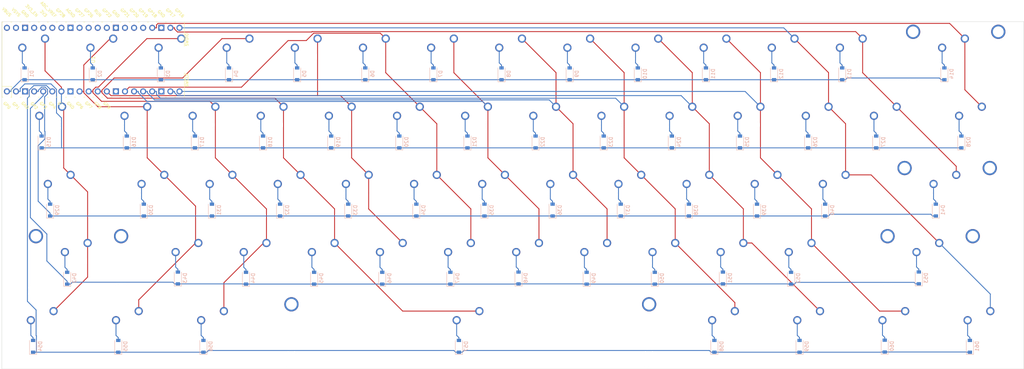
<source format=kicad_pcb>
(kicad_pcb (version 20211014) (generator pcbnew)
  (layers (0 "F.Cu" signal) (31 "B.Cu" signal) (34 "B.Paste" user) (35 "F.Paste" user) (36 "B.SilkS" user "B.Silkscreen") (37 "F.SilkS" user "F.Silkscreen") (38 "B.Mask" user) (39 "F.Mask" user) (44 "Edge.Cuts" user))
  (net 0 "")
  (net 1 "Row1")
  (net 2 "Net-(D1-Pad2)")
  (net 3 "Net-(D2-Pad2)")
  (net 4 "Net-(D3-Pad2)")
  (net 5 "Net-(D4-Pad2)")
  (net 6 "Net-(D5-Pad2)")
  (net 7 "Net-(D6-Pad2)")
  (net 8 "Net-(D7-Pad2)")
  (net 9 "Net-(D8-Pad2)")
  (net 10 "Net-(D9-Pad2)")
  (net 11 "Net-(D10-Pad2)")
  (net 12 "Net-(D11-Pad2)")
  (net 13 "Net-(D12-Pad2)")
  (net 14 "Net-(D13-Pad2)")
  (net 15 "Net-(D14-Pad2)")
  (net 16 "Net-(D15-Pad2)")
  (net 17 "Row2")
  (net 18 "Net-(D16-Pad2)")
  (net 19 "Net-(D17-Pad2)")
  (net 20 "Net-(D18-Pad2)")
  (net 21 "Net-(D19-Pad2)")
  (net 22 "Net-(D20-Pad2)")
  (net 23 "Net-(D21-Pad2)")
  (net 24 "Net-(D22-Pad2)")
  (net 25 "Net-(D23-Pad2)")
  (net 26 "Net-(D24-Pad2)")
  (net 27 "Net-(D25-Pad2)")
  (net 28 "Net-(D26-Pad2)")
  (net 29 "Net-(D27-Pad2)")
  (net 30 "Net-(D28-Pad2)")
  (net 31 "Net-(D29-Pad2)")
  (net 32 "Net-(D30-Pad2)")
  (net 33 "Row3")
  (net 34 "Net-(D31-Pad2)")
  (net 35 "Net-(D32-Pad2)")
  (net 36 "Net-(D33-Pad2)")
  (net 37 "Net-(D34-Pad2)")
  (net 38 "Net-(D35-Pad2)")
  (net 39 "Net-(D36-Pad2)")
  (net 40 "Net-(D37-Pad2)")
  (net 41 "Net-(D38-Pad2)")
  (net 42 "Net-(D39-Pad2)")
  (net 43 "Net-(D40-Pad2)")
  (net 44 "Net-(D41-Pad2)")
  (net 45 "Net-(D42-Pad2)")
  (net 46 "Net-(D43-Pad2)")
  (net 47 "Net-(D44-Pad2)")
  (net 48 "Row4")
  (net 49 "Net-(D45-Pad2)")
  (net 50 "Net-(D46-Pad2)")
  (net 51 "Net-(D47-Pad2)")
  (net 52 "Net-(D48-Pad2)")
  (net 53 "Net-(D49-Pad2)")
  (net 54 "Net-(D50-Pad2)")
  (net 55 "Net-(D51-Pad2)")
  (net 56 "Net-(D52-Pad2)")
  (net 57 "Net-(D53-Pad2)")
  (net 58 "Net-(D54-Pad2)")
  (net 59 "Net-(D55-Pad2)")
  (net 60 "Net-(D56-Pad2)")
  (net 61 "Net-(D57-Pad2)")
  (net 62 "Net-(D58-Pad2)")
  (net 63 "Row5")
  (net 64 "Net-(D59-Pad2)")
  (net 65 "Net-(D60-Pad2)")
  (net 66 "Net-(D61-Pad2)")
  (net 67 "Col1")
  (net 68 "Col2")
  (net 69 "Col3")
  (net 70 "Col4")
  (net 71 "Col5")
  (net 72 "Col6")
  (net 73 "Col7")
  (net 74 "Col8")
  (net 75 "Col9")
  (net 76 "Col10")
  (net 77 "Col11")
  (net 78 "Col12")
  (net 79 "Col13")
  (net 80 "Col14")
  (net 81 "Col15")
  (footprint "marbastlib-mx:SW_MX_1u" (layer "F.Cu") (at 177.8 25.4)
    (fp_text reference "SW9" hide)
    (fp_text value "MX_SW_solder" hide)
  )
  (footprint "marbastlib-mx:SW_MX_1u" (layer "F.Cu") (at 115.8816 63.4957)
    (fp_text reference "SW33" hide)
    (fp_text value "MX_SW_solder" hide)
  )
  (footprint "marbastlib-mx:SW_MX_1u" (layer "F.Cu") (at 82.55 25.4)
    (fp_text reference "SW4" hide)
    (fp_text value "MX_SW_solder" hide)
  )
  (footprint "marbastlib-mx:SW_MX_1u" (layer "F.Cu") (at 58.7338 63.496)
    (fp_text reference "SW30" hide)
    (fp_text value "MX_SW_solder" hide)
  )
  (footprint "marbastlib-mx:SW_MX_1u" (layer "F.Cu") (at 37.3041 82.5445)
    (fp_text reference "SW42" hide)
    (fp_text value "MX_SW_solder" hide)
  )
  (footprint "marbastlib-mx:SW_MX_1u" (layer "F.Cu") (at 225.4206 44.4469)
    (fp_text reference "SW25" hide)
    (fp_text value "MX_SW_solder" hide)
  )
  (footprint "marbastlib-mx:SW_MX_1.5u" (layer "F.Cu") (at 287.3196 44.4472)
    (fp_text reference "SW28" hide)
    (fp_text value "MX_SW_solder" hide)
  )
  (footprint "marbastlib-mx:SW_MX_1u" (layer "F.Cu") (at 182.5486 82.5448)
    (fp_text reference "SW49" hide)
    (fp_text value "MX_SW_solder" hide)
  )
  (footprint "marbastlib-mx:SW_MX_1u" (layer "F.Cu") (at 234.95 25.4)
    (fp_text reference "SW12" hide)
    (fp_text value "MX_SW_solder" hide)
  )
  (footprint "marbastlib-mx:SW_MX_1u" (layer "F.Cu") (at 130.1706 44.4469)
    (fp_text reference "SW20" hide)
    (fp_text value "MX_SW_solder" hide)
  )
  (footprint "marbastlib-mx:SW_MX_1u" (layer "F.Cu") (at 215.9 25.4)
    (fp_text reference "SW11" hide)
    (fp_text value "MX_SW_solder" hide)
  )
  (footprint "marbastlib-mx:SW_MX_1u" (layer "F.Cu") (at 249.2316 63.4957)
    (fp_text reference "SW40" hide)
    (fp_text value "MX_SW_solder" hide)
  )
  (footprint "MCU_RaspberryPi_and_Boards:RPi_Pico_SMD_TH" (layer "F.Cu") (at 41.4061 26.1921 90)
    (fp_text reference "U1")
    (fp_text value "Pico")
  )
  (footprint "marbastlib-mx:SW_MX_1u" (layer "F.Cu") (at 187.3206 44.4469)
    (fp_text reference "SW23" hide)
    (fp_text value "MX_SW_solder" hide)
  )
  (footprint "marbastlib-mx:SW_MX_1u" (layer "F.Cu") (at 77.7826 63.496)
    (fp_text reference "SW31" hide)
    (fp_text value "MX_SW_solder" hide)
  )
  (footprint "marbastlib-mx:SW_MX_1u" (layer "F.Cu") (at 201.5986 82.5448)
    (fp_text reference "SW50" hide)
    (fp_text value "MX_SW_solder" hide)
  )
  (footprint "marbastlib-mx:SW_MX_1u" (layer "F.Cu") (at 220.6486 82.5448)
    (fp_text reference "SW51" hide)
    (fp_text value "MX_SW_solder" hide)
  )
  (footprint "marbastlib-mx:SW_MX_1u" (layer "F.Cu") (at 73.0206 44.4469)
    (fp_text reference "SW17" hide)
    (fp_text value "MX_SW_solder" hide)
  )
  (footprint "marbastlib-mx:SW_MX_1u" (layer "F.Cu") (at 211.1316 63.4957)
    (fp_text reference "SW38" hide)
    (fp_text value "MX_SW_solder" hide)
  )
  (footprint "marbastlib-mx:SW_MX_1u" (layer "F.Cu") (at 192.0816 63.4957)
    (fp_text reference "SW37" hide)
    (fp_text value "MX_SW_solder" hide)
  )
  (footprint "marbastlib-mx:SW_MX_1.25u" (layer "F.Cu") (at 51.5905 101.5936)
    (fp_text reference "SW55" hide)
    (fp_text value "MX_SW_solder" hide)
  )
  (footprint "marbastlib-mx:SW_MX_1u" (layer "F.Cu") (at 282.575 25.4)
    (fp_text reference "SW14" hide)
    (fp_text value "MX_SW_solder" hide)
  )
  (footprint "marbastlib-mx:SW_MX_1u" (layer "F.Cu") (at 254 25.4)
    (fp_text reference "SW13" hide)
    (fp_text value "MX_SW_solder" hide)
  )
  (footprint "marbastlib-mx:SW_MX_1u" (layer "F.Cu") (at 263.5086 44.4469)
    (fp_text reference "SW27" hide)
    (fp_text value "MX_SW_solder" hide)
  )
  (footprint "marbastlib-mx:SW_MX_1u" (layer "F.Cu") (at 53.9716 44.4472)
    (fp_text reference "SW16" hide)
    (fp_text value "MX_SW_solder" hide)
  )
  (footprint "marbastlib-mx:SW_MX_1u" (layer "F.Cu") (at 87.3072 82.5445)
    (fp_text reference "SW44" hide)
    (fp_text value "MX_SW_solder" hide)
  )
  (footprint "marbastlib-mx:SW_MX_1u" (layer "F.Cu") (at 68.2582 82.5448)
    (fp_text reference "SW43" hide)
    (fp_text value "MX_SW_solder" hide)
  )
  (footprint "marbastlib-mx:SW_MX_1u" (layer "F.Cu") (at 96.8316 63.4957)
    (fp_text reference "SW32" hide)
    (fp_text value "MX_SW_solder" hide)
  )
  (footprint "marbastlib-mx:SW_MX_1u" (layer "F.Cu") (at 206.3706 44.4469)
    (fp_text reference "SW24" hide)
    (fp_text value "MX_SW_solder" hide)
  )
  (footprint "marbastlib-mx:SW_MX_1u" (layer "F.Cu") (at 125.3986 82.5448)
    (fp_text reference "SW46" hide)
    (fp_text value "MX_SW_solder" hide)
  )
  (footprint "marbastlib-mx:SW_MX_1u" (layer "F.Cu") (at 239.6974 82.5448)
    (fp_text reference "SW52" hide)
    (fp_text value "MX_SW_solder" hide)
  )
  (footprint "marbastlib-mx:SW_MX_1u" (layer "F.Cu") (at 230.1816 63.4957)
    (fp_text reference "SW39" hide)
    (fp_text value "MX_SW_solder" hide)
  )
  (footprint "marbastlib-mx:SW_MX_1.5u" (layer "F.Cu") (at 30.1606 44.4472)
    (fp_text reference "SW15" hide)
    (fp_text value "MX_SW_solder" hide)
  )
  (footprint "marbastlib-mx:SW_MX_1u" (layer "F.Cu") (at 149.2206 44.4469)
    (fp_text reference "SW21" hide)
    (fp_text value "MX_SW_solder" hide)
  )
  (footprint "marbastlib-mx:SW_MX_1u" (layer "F.Cu") (at 158.75 25.4)
    (fp_text reference "SW8" hide)
    (fp_text value "MX_SW_solder" hide)
  )
  (footprint "marbastlib-mx:SW_MX_1u" (layer "F.Cu") (at 63.5 25.4)
    (fp_text reference "SW3" hide)
    (fp_text value "MX_SW_solder" hide)
  )
  (footprint "marbastlib-mx:SW_MX_1.75u" (layer "F.Cu") (at 32.5402 63.496)
    (fp_text reference "SW29" hide)
    (fp_text value "MX_SW_solder" hide)
  )
  (footprint "marbastlib-mx:SW_MX_1.25u" (layer "F.Cu") (at 218.2675 101.5936)
    (fp_text reference "SW58" hide)
    (fp_text value "MX_SW_solder" hide)
  )
  (footprint "marbastlib-mx:SW_MX_1u" (layer "F.Cu") (at 275.4139 82.5448)
    (fp_text reference "SW53" hide)
    (fp_text value "MX_SW_solder" hide)
  )
  (footprint "marbastlib-mx:STAB_MX_P_2.75u" (layer "F.Cu") (at 275.4139 82.5448)
    (fp_text reference "STAB4" hide)
    (fp_text value "STAB_MX_P_2.75u")
  )
  (footprint "marbastlib-mx:SW_MX_1.25u" (layer "F.Cu") (at 289.7005 101.5936)
    (fp_text reference "SW61" hide)
    (fp_text value "MX_SW_solder" hide)
  )
  (footprint "marbastlib-mx:SW_MX_1.25u" (layer "F.Cu") (at 265.8895 101.5936)
    (fp_text reference "SW60" hide)
    (fp_text value "MX_SW_solder" hide)
  )
  (footprint "marbastlib-mx:SW_MX_1u" (layer "F.Cu") (at 92.0706 44.4469)
    (fp_text reference "SW18" hide)
    (fp_text value "MX_SW_solder" hide)
  )
  (footprint "marbastlib-mx:SW_MX_1u" (layer "F.Cu") (at 244.4706 44.4469)
    (fp_text reference "SW26" hide)
    (fp_text value "MX_SW_solder" hide)
  )
  (footprint "marbastlib-mx:STAB_MX_P_2u" (layer "F.Cu") (at 282.5572 25.3984)
    (fp_text reference "STAB1" hide)
    (fp_text value "STAB_MX_P_2u")
  )
  (footprint "marbastlib-mx:SW_MX_1.25u" (layer "F.Cu") (at 27.7797 101.5933)
    (fp_text reference "SW54" hide)
    (fp_text value "MX_SW_solder" hide)
  )
  (footprint "marbastlib-mx:SW_MX_1u" (layer "F.Cu") (at 44.45 25.4)
    (fp_text reference "SW2" hide)
    (fp_text value "MX_SW_solder" hide)
  )
  (footprint "marbastlib-mx:SW_MX_1u" (layer "F.Cu") (at 173.0316 63.4957)
    (fp_text reference "SW36" hide)
    (fp_text value "MX_SW_solder" hide)
  )
  (footprint "marbastlib-mx:SW_MX_1u" (layer "F.Cu") (at 101.6 25.4)
    (fp_text reference "SW5" hide)
    (fp_text value "MX_SW_solder" hide)
  )
  (footprint "marbastlib-mx:SW_MX_1u" (layer "F.Cu") (at 146.8345 101.5936)
    (fp_text reference "SW57" hide)
    (fp_text value "MX_SW_solder" hide)
  )
  (footprint "marbastlib-mx:SW_MX_1u" (layer "F.Cu") (at 153.9816 63.4957)
    (fp_text reference "SW35" hide)
    (fp_text value "MX_SW_solder" hide)
  )
  (footprint "marbastlib-mx:SW_MX_1u" (layer "F.Cu") (at 111.1206 44.4469)
    (fp_text reference "SW19" hide)
    (fp_text value "MX_SW_solder" hide)
  )
  (footprint "marbastlib-mx:SW_MX_1.25u" (layer "F.Cu") (at 242.0772 101.5933)
    (fp_text reference "SW59" hide)
    (fp_text value "MX_SW_solder" hide)
  )
  (footprint "marbastlib-mx:SW_MX_1u" (layer "F.Cu") (at 163.4986 82.5448)
    (fp_text reference "SW48" hide)
    (fp_text value "MX_SW_solder" hide)
  )
  (footprint "marbastlib-mx:SW_MX_1u" (layer "F.Cu") (at 196.85 25.4)
    (fp_text reference "SW10" hide)
    (fp_text value "MX_SW_solder" hide)
  )
  (footprint "marbastlib-mx:SW_MX_1u" (layer "F.Cu") (at 168.2706 44.4469)
    (fp_text reference "SW22" hide)
    (fp_text value "MX_SW_solder" hide)
  )
  (footprint "marbastlib-mx:STAB_MX_P_2.25u" (layer "F.Cu") (at 37.3039 82.5448)
    (fp_text reference "STAB3" hide)
    (fp_text value "STAB_MX_P_2.25u")
  )
  (footprint "marbastlib-mx:SW_MX_1u" (layer "F.Cu") (at 134.9316 63.4957)
    (fp_text reference "SW34" hide)
    (fp_text value "MX_SW_solder" hide)
  )
  (footprint "marbastlib-mx:STAB_MX_P_2.25u" (layer "F.Cu") (at 280.1761 63.496)
    (fp_text reference "STAB2" hide)
    (fp_text value "STAB_MX_P_2.25u")
  )
  (footprint "marbastlib-mx:SW_MX_1u" (layer "F.Cu") (at 106.3558 82.5448)
    (fp_text reference "SW45" hide)
    (fp_text value "MX_SW_solder" hide)
  )
  (footprint "marbastlib-mx:SW_MX_1u" (layer "F.Cu") (at 139.7 25.4)
    (fp_text reference "SW7" hide)
    (fp_text value "MX_SW_solder" hide)
  )
  (footprint "marbastlib-mx:STAB_MX_P_6.25u" (layer "F.Cu") (at 146.8345 101.5936)
    (fp_text reference "REF**" hide)
    (fp_text value "STAB_MX_P_6.25u")
  )
  (footprint "marbastlib-mx:SW_MX_1u" (layer "F.Cu") (at 280.1761 63.496)
    (fp_text reference "SW41" hide)
    (fp_text value "MX_SW_solder" hide)
  )
  (footprint "marbastlib-mx:SW_MX_1u" (layer "F.Cu") (at 25.4 25.4)
    (fp_text reference "SW1" hide)
    (fp_text value "MX_SW_solder" hide)
  )
  (footprint "marbastlib-mx:SW_MX_1u" (layer "F.Cu") (at 120.65 25.4)
    (fp_text reference "SW6" hide)
    (fp_text value "MX_SW_solder" hide)
  )
  (footprint "marbastlib-mx:SW_MX_1u" (layer "F.Cu") (at 144.4486 82.5448)
    (fp_text reference "SW47" hide)
    (fp_text value "MX_SW_solder" hide)
  )
  (footprint "marbastlib-mx:SW_MX_1.25u" (layer "F.Cu") (at 75.4015 101.5936)
    (fp_text reference "SW56" hide)
    (fp_text value "MX_SW_solder" hide)
  )
  (footprint "Diode_SMD:D_SOD-123" (layer "B.Cu") (at 286.5255 106.3561 90)
    (fp_text reference "D61")
    (fp_text value "1N4148W")
  )
  (footprint "Diode_SMD:D_SOD-123" (layer "B.Cu") (at 107.9456 49.2094 90)
    (fp_text reference "D19")
    (fp_text value "1N4148W")
  )
  (footprint "Diode_SMD:D_SOD-123" (layer "B.Cu") (at 98.425 30.1625 90)
    (fp_text reference "D5")
    (fp_text value "1N4148W")
  )
  (footprint "Diode_SMD:D_SOD-123" (layer "B.Cu") (at 50.7966 49.2097 90)
    (fp_text reference "D16")
    (fp_text value "1N4148W")
  )
  (footprint "Diode_SMD:D_SOD-123" (layer "B.Cu") (at 236.5224 87.3073 90)
    (fp_text reference "D52")
    (fp_text value "1N4148W")
  )
  (footprint "Diode_SMD:D_SOD-123" (layer "B.Cu") (at 155.575 30.1625 90)
    (fp_text reference "D8")
    (fp_text value "1N4148W")
  )
  (footprint "Diode_SMD:D_SOD-123" (layer "B.Cu") (at 84.1322 87.307 90)
    (fp_text reference "D44")
    (fp_text value "1N4148W")
  )
  (footprint "Diode_SMD:D_SOD-123" (layer "B.Cu") (at 165.0956 49.2094 90)
    (fp_text reference "D22")
    (fp_text value "1N4148W")
  )
  (footprint "Diode_SMD:D_SOD-123" (layer "B.Cu") (at 34.1291 87.307 90)
    (fp_text reference "D42")
    (fp_text value "1N4148W")
  )
  (footprint "Diode_SMD:D_SOD-123" (layer "B.Cu") (at 222.2456 49.2094 90)
    (fp_text reference "D25")
    (fp_text value "1N4148W")
  )
  (footprint "Diode_SMD:D_SOD-123" (layer "B.Cu") (at 203.1956 49.2094 90)
    (fp_text reference "D24")
    (fp_text value "1N4148W")
  )
  (footprint "Diode_SMD:D_SOD-123" (layer "B.Cu") (at 198.4236 87.3073 90)
    (fp_text reference "D50")
    (fp_text value "1N4148W")
  )
  (footprint "Diode_SMD:D_SOD-123" (layer "B.Cu") (at 103.1808 87.3073 90)
    (fp_text reference "D45")
    (fp_text value "1N4148W")
  )
  (footprint "Diode_SMD:D_SOD-123" (layer "B.Cu") (at 131.7566 68.2582 90)
    (fp_text reference "D34")
    (fp_text value "1N4148W")
  )
  (footprint "Diode_SMD:D_SOD-123" (layer "B.Cu") (at 277.0013 68.2582 90)
    (fp_text reference "D41")
    (fp_text value "1N4148W")
  )
  (footprint "Diode_SMD:D_SOD-123" (layer "B.Cu") (at 88.8956 49.2094 90)
    (fp_text reference "D18")
    (fp_text value "1N4148W")
  )
  (footprint "Diode_SMD:D_SOD-123" (layer "B.Cu") (at 41.275 30.1625 90)
    (fp_text reference "D2")
    (fp_text value "1N4148W")
  )
  (footprint "Diode_SMD:D_SOD-123" (layer "B.Cu") (at 60.325 30.1625 90)
    (fp_text reference "D3")
    (fp_text value "1N4148W")
  )
  (footprint "Diode_SMD:D_SOD-123" (layer "B.Cu") (at 48.4155 106.3561 90)
    (fp_text reference "D55")
    (fp_text value "1N4148W")
  )
  (footprint "Diode_SMD:D_SOD-123" (layer "B.Cu") (at 212.725 30.1625 90)
    (fp_text reference "D11")
    (fp_text value "1N4148W")
  )
  (footprint "Diode_SMD:D_SOD-123" (layer "B.Cu") (at 250.825 30.1625 90)
    (fp_text reference "D13")
    (fp_text value "1N4148W")
  )
  (footprint "Diode_SMD:D_SOD-123" (layer "B.Cu") (at 26.9856 49.2097 90)
    (fp_text reference "D15")
    (fp_text value "1N4148W")
  )
  (footprint "Diode_SMD:D_SOD-123" (layer "B.Cu") (at 179.3736 87.3073 90)
    (fp_text reference "D49")
    (fp_text value "1N4148W")
  )
  (footprint "Diode_SMD:D_SOD-123" (layer "B.Cu") (at 74.6076 68.2585 90)
    (fp_text reference "D31")
    (fp_text value "1N4148W")
  )
  (footprint "Diode_SMD:D_SOD-123" (layer "B.Cu") (at 207.9566 68.2582 90)
    (fp_text reference "D38")
    (fp_text value "1N4148W")
  )
  (footprint "Diode_SMD:D_SOD-123" (layer "B.Cu") (at 241.2956 49.2094 90)
    (fp_text reference "D26")
    (fp_text value "1N4148W")
  )
  (footprint "Diode_SMD:D_SOD-123" (layer "B.Cu") (at 122.2236 87.3073 90)
    (fp_text reference "D46")
    (fp_text value "1N4148W")
  )
  (footprint "Diode_SMD:D_SOD-123" (layer "B.Cu") (at 150.8066 68.2582 90)
    (fp_text reference "D35")
    (fp_text value "1N4148W")
  )
  (footprint "Diode_SMD:D_SOD-123" (layer "B.Cu") (at 69.8456 49.2094 90)
    (fp_text reference "D17")
    (fp_text value "1N4148W")
  )
  (footprint "Diode_SMD:D_SOD-123" (layer "B.Cu") (at 193.675 30.1625 90)
    (fp_text reference "D10")
    (fp_text value "1N4148W")
  )
  (footprint "Diode_SMD:D_SOD-123" (layer "B.Cu") (at 126.9956 49.2094 90)
    (fp_text reference "D20")
    (fp_text value "1N4148W")
  )
  (footprint "Diode_SMD:D_SOD-123" (layer "B.Cu") (at 146.0456 49.2094 90)
    (fp_text reference "D21")
    (fp_text value "1N4148W")
  )
  (footprint "Diode_SMD:D_SOD-123" (layer "B.Cu") (at 22.225 30.1625 90)
    (fp_text reference "D1")
    (fp_text value "1N4148W")
  )
  (footprint "Diode_SMD:D_SOD-123" (layer "B.Cu") (at 260.3336 49.2094 90)
    (fp_text reference "D27")
    (fp_text value "1N4148W")
  )
  (footprint "Diode_SMD:D_SOD-123" (layer "B.Cu") (at 160.3236 87.2448 90)
    (fp_text reference "D48")
    (fp_text value "1N4148W")
  )
  (footprint "Diode_SMD:D_SOD-123" (layer "B.Cu") (at 184.1456 49.2094 90)
    (fp_text reference "D23")
    (fp_text value "1N4148W")
  )
  (footprint "Diode_SMD:D_SOD-123" (layer "B.Cu") (at 72.2265 106.3561 90)
    (fp_text reference "D56")
    (fp_text value "1N4148W")
  )
  (footprint "Diode_SMD:D_SOD-123" (layer "B.Cu") (at 284.1446 49.2094 90)
    (fp_text reference "D28")
    (fp_text value "1N4148W")
  )
  (footprint "Diode_SMD:D_SOD-123" (layer "B.Cu") (at 117.475 30.1625 90)
    (fp_text reference "D6")
    (fp_text value "1N4148W")
  )
  (footprint "Diode_SMD:D_SOD-123" (layer "B.Cu") (at 112.7066 68.2582 90)
    (fp_text reference "D33")
    (fp_text value "1N4148W")
  )
  (footprint "Diode_SMD:D_SOD-123" (layer "B.Cu") (at 246.0566 68.2582 90)
    (fp_text reference "D40")
    (fp_text value "1N4148W")
  )
  (footprint "Diode_SMD:D_SOD-123" (layer "B.Cu") (at 24.6047 106.3558 90)
    (fp_text reference "D54")
    (fp_text value "1N4148W")
  )
  (footprint "Diode_SMD:D_SOD-123" (layer "B.Cu") (at 227.0066 68.2582 90)
    (fp_text reference "D39")
    (fp_text value "1N4148W")
  )
  (footprint "Diode_SMD:D_SOD-123" (layer "B.Cu") (at 29.3652 68.2585 90)
    (fp_text reference "D29")
    (fp_text value "1N4148W")
  )
  (footprint "Diode_SMD:D_SOD-123" (layer "B.Cu") (at 262.7145 106.2936 90)
    (fp_text reference "D60")
    (fp_text value "1N4148W")
  )
  (footprint "Diode_SMD:D_SOD-123" (layer "B.Cu") (at 188.9066 68.2582 90)
    (fp_text reference "D37")
    (fp_text value "1N4148W")
  )
  (footprint "Diode_SMD:D_SOD-123" (layer "B.Cu") (at 79.375 30.1625 90)
    (fp_text reference "D4")
    (fp_text value "1N4148W")
  )
  (footprint "Diode_SMD:D_SOD-123" (layer "B.Cu") (at 279.4 30.1625 90)
    (fp_text reference "D14")
    (fp_text value "1N4148W")
  )
  (footprint "Diode_SMD:D_SOD-123" (layer "B.Cu") (at 141.2736 87.3073 90)
    (fp_text reference "D47")
    (fp_text value "1N4148W")
  )
  (footprint "Diode_SMD:D_SOD-123" (layer "B.Cu") (at 231.775 30.1625 90)
    (fp_text reference "D12")
    (fp_text value "1N4148W")
  )
  (footprint "Diode_SMD:D_SOD-123" (layer "B.Cu") (at 143.6595 106.3561 90)
    (fp_text reference "D57")
    (fp_text value "1N4148W")
  )
  (footprint "Diode_SMD:D_SOD-123" (layer "B.Cu") (at 238.9022 106.3558 90)
    (fp_text reference "D59")
    (fp_text value "1N4148W")
  )
  (footprint "Diode_SMD:D_SOD-123" (layer "B.Cu") (at 55.5588 68.2585 90)
    (fp_text reference "D30")
    (fp_text value "1N4148W")
  )
  (footprint "Diode_SMD:D_SOD-123" (layer "B.Cu") (at 272.2465 87.2205 90)
    (fp_text reference "D53")
    (fp_text value "1N4148W")
  )
  (footprint "Diode_SMD:D_SOD-123" (layer "B.Cu") (at 174.625 30.1625 90)
    (fp_text reference "D9")
    (fp_text value "1N4148W")
  )
  (footprint "Diode_SMD:D_SOD-123" (layer "B.Cu") (at 217.4736 87.2448 90)
    (fp_text reference "D51")
    (fp_text value "1N4148W")
  )
  (footprint "Diode_SMD:D_SOD-123" (layer "B.Cu") (at 215.0925 106.3561 90)
    (fp_text reference "D58")
    (fp_text value "1N4148W")
  )
  (footprint "Diode_SMD:D_SOD-123" (layer "B.Cu") (at 169.8566 68.2582 90)
    (fp_text reference "D36")
    (fp_text value "1N4148W")
  )
  (footprint "Diode_SMD:D_SOD-123" (layer "B.Cu") (at 136.525 30.1625 90)
    (fp_text reference "D7")
    (fp_text value "1N4148W")
  )
  (footprint "Diode_SMD:D_SOD-123" (layer "B.Cu") (at 65.0832 87.2448 90)
    (fp_text reference "D43")
    (fp_text value "1N4148W")
  )
  (footprint "Diode_SMD:D_SOD-123" (layer "B.Cu") (at 93.6566 68.2582 90)
    (fp_text reference "D32")
    (fp_text value "1N4148W")
  )
  (gr_rect (start 301.606 112.7054) (end 15.874 15.554504) (layer "Edge.Cuts") (width 0.1) (fill none))
  (segment (start 99.3503 31.8125) (end 116.5497 31.8125) (width 0.25) (layer "B.Cu") (net 1))
  (segment (start 212.725 31.8125) (end 231.775 31.8125) (width 0.25) (layer "B.Cu") (net 1))
  (segment (start 136.525 31.8125) (end 155.575 31.8125) (width 0.25) (layer "B.Cu") (net 1))
  (segment (start 278.4747 31.8125) (end 277.9914 31.3292) (width 0.25) (layer "B.Cu") (net 1))
  (segment (start 98.425 31.8125) (end 79.375 31.8125) (width 0.25) (layer "B.Cu") (net 1))
  (segment (start 155.575 31.8125) (end 174.625 31.8125) (width 0.25) (layer "B.Cu") (net 1))
  (segment (start 277.9914 31.3292) (end 252.2336 31.3292) (width 0.25) (layer "B.Cu") (net 1))
  (segment (start 41.275 31.8125) (end 22.225 31.8125) (width 0.25) (layer "B.Cu") (net 1))
  (segment (start 231.775 31.8125) (end 232.7003 31.8125) (width 0.25) (layer "B.Cu") (net 1))
  (segment (start 250.825 31.8125) (end 251.7503 31.8125) (width 0.25) (layer "B.Cu") (net 1))
  (segment (start 193.675 31.8125) (end 212.725 31.8125) (width 0.25) (layer "B.Cu") (net 1))
  (segment (start 21.2997 31.8125) (end 18.4514 34.6608) (width 0.25) (layer "B.Cu") (net 1))
  (segment (start 232.7003 31.8125) (end 250.825 31.8125) (width 0.25) (layer "B.Cu") (net 1))
  (segment (start 117.475 31.8125) (end 116.5497 31.8125) (width 0.25) (layer "B.Cu") (net 1))
  (segment (start 60.325 31.8125) (end 41.275 31.8125) (width 0.25) (layer "B.Cu") (net 1))
  (segment (start 79.375 31.8125) (end 60.325 31.8125) (width 0.25) (layer "B.Cu") (net 1))
  (segment (start 174.625 31.8125) (end 193.675 31.8125) (width 0.25) (layer "B.Cu") (net 1))
  (segment (start 136.525 31.8125) (end 117.475 31.8125) (width 0.25) (layer "B.Cu") (net 1))
  (segment (start 279.4 31.8125) (end 278.4747 31.8125) (width 0.25) (layer "B.Cu") (net 1))
  (segment (start 98.425 31.8125) (end 99.3503 31.8125) (width 0.25) (layer "B.Cu") (net 1))
  (segment (start 22.225 31.8125) (end 21.2997 31.8125) (width 0.25) (layer "B.Cu") (net 1))
  (segment (start 17.2761 35.0821) (end 18.4514 35.0821) (width 0.25) (layer "B.Cu") (net 1))
  (segment (start 18.4514 34.6608) (end 18.4514 35.0821) (width 0.25) (layer "B.Cu") (net 1))
  (segment (start 252.2336 31.3292) (end 251.7503 31.8125) (width 0.25) (layer "B.Cu") (net 1))
  (segment (start 22.225 28.5125) (end 22.225 27.7372) (width 0.25) (layer "B.Cu") (net 2))
  (segment (start 21.59 27.1022) (end 21.59 22.86) (width 0.25) (layer "B.Cu") (net 2))
  (segment (start 22.225 27.7372) (end 21.59 27.1022) (width 0.25) (layer "B.Cu") (net 2))
  (segment (start 40.64 27.1022) (end 40.64 22.86) (width 0.25) (layer "B.Cu") (net 3))
  (segment (start 41.275 27.7372) (end 40.64 27.1022) (width 0.25) (layer "B.Cu") (net 3))
  (segment (start 41.275 28.5125) (end 41.275 27.7372) (width 0.25) (layer "B.Cu") (net 3))
  (segment (start 60.325 28.5125) (end 60.325 27.7372) (width 0.25) (layer "B.Cu") (net 4))
  (segment (start 60.325 27.7372) (end 59.69 27.1022) (width 0.25) (layer "B.Cu") (net 4))
  (segment (start 59.69 27.1022) (end 59.69 22.86) (width 0.25) (layer "B.Cu") (net 4))
  (segment (start 79.375 27.7372) (end 78.74 27.1022) (width 0.25) (layer "B.Cu") (net 5))
  (segment (start 79.375 28.5125) (end 79.375 27.7372) (width 0.25) (layer "B.Cu") (net 5))
  (segment (start 78.74 27.1022) (end 78.74 22.86) (width 0.25) (layer "B.Cu") (net 5))
  (segment (start 98.425 28.5125) (end 98.425 27.7372) (width 0.25) (layer "B.Cu") (net 6))
  (segment (start 97.79 27.1022) (end 97.79 22.86) (width 0.25) (layer "B.Cu") (net 6))
  (segment (start 98.425 27.7372) (end 97.79 27.1022) (width 0.25) (layer "B.Cu") (net 6))
  (segment (start 116.84 27.1022) (end 116.84 22.86) (width 0.25) (layer "B.Cu") (net 7))
  (segment (start 117.475 27.7372) (end 116.84 27.1022) (width 0.25) (layer "B.Cu") (net 7))
  (segment (start 117.475 28.5125) (end 117.475 27.7372) (width 0.25) (layer "B.Cu") (net 7))
  (segment (start 135.89 27.1022) (end 135.89 22.86) (width 0.25) (layer "B.Cu") (net 8))
  (segment (start 136.525 27.7372) (end 135.89 27.1022) (width 0.25) (layer "B.Cu") (net 8))
  (segment (start 136.525 28.5125) (end 136.525 27.7372) (width 0.25) (layer "B.Cu") (net 8))
  (segment (start 155.575 28.5125) (end 155.575 27.7372) (width 0.25) (layer "B.Cu") (net 9))
  (segment (start 155.575 27.7372) (end 154.94 27.1022) (width 0.25) (layer "B.Cu") (net 9))
  (segment (start 154.94 27.1022) (end 154.94 22.86) (width 0.25) (layer "B.Cu") (net 9))
  (segment (start 174.625 27.7372) (end 173.99 27.1022) (width 0.25) (layer "B.Cu") (net 10))
  (segment (start 173.99 27.1022) (end 173.99 22.86) (width 0.25) (layer "B.Cu") (net 10))
  (segment (start 174.625 28.5125) (end 174.625 27.7372) (width 0.25) (layer "B.Cu") (net 10))
  (segment (start 193.675 28.5125) (end 193.675 27.7372) (width 0.25) (layer "B.Cu") (net 11))
  (segment (start 193.04 27.1022) (end 193.04 22.86) (width 0.25) (layer "B.Cu") (net 11))
  (segment (start 193.675 27.7372) (end 193.04 27.1022) (width 0.25) (layer "B.Cu") (net 11))
  (segment (start 212.09 27.1022) (end 212.09 22.86) (width 0.25) (layer "B.Cu") (net 12))
  (segment (start 212.725 28.5125) (end 212.725 27.7372) (width 0.25) (layer "B.Cu") (net 12))
  (segment (start 212.725 27.7372) (end 212.09 27.1022) (width 0.25) (layer "B.Cu") (net 12))
  (segment (start 231.775 28.5125) (end 231.775 27.7372) (width 0.25) (layer "B.Cu") (net 13))
  (segment (start 231.14 27.1022) (end 231.14 22.86) (width 0.25) (layer "B.Cu") (net 13))
  (segment (start 231.775 27.7372) (end 231.14 27.1022) (width 0.25) (layer "B.Cu") (net 13))
  (segment (start 250.825 27.7372) (end 250.19 27.1022) (width 0.25) (layer "B.Cu") (net 14))
  (segment (start 250.19 27.1022) (end 250.19 22.86) (width 0.25) (layer "B.Cu") (net 14))
  (segment (start 250.825 28.5125) (end 250.825 27.7372) (width 0.25) (layer "B.Cu") (net 14))
  (segment (start 278.765 27.1022) (end 278.765 22.86) (width 0.25) (layer "B.Cu") (net 15))
  (segment (start 279.4 27.7372) (end 278.765 27.1022) (width 0.25) (layer "B.Cu") (net 15))
  (segment (start 279.4 28.5125) (end 279.4 27.7372) (width 0.25) (layer "B.Cu") (net 15))
  (segment (start 26.3506 46.1494) (end 26.3506 41.9072) (width 0.25) (layer "B.Cu") (net 16))
  (segment (start 26.9856 47.5597) (end 26.9856 46.7844) (width 0.25) (layer "B.Cu") (net 16))
  (segment (start 26.9856 46.7844) (end 26.3506 46.1494) (width 0.25) (layer "B.Cu") (net 16))
  (segment (start 203.1956 50.8594) (end 184.1456 50.8594) (width 0.25) (layer "B.Cu") (net 17))
  (segment (start 241.7583 50.8594) (end 241.2956 50.8594) (width 0.25) (layer "B.Cu") (net 17))
  (segment (start 22.2994 32.9661) (end 20.9914 34.2741) (width 0.25) (layer "B.Cu") (net 17))
  (segment (start 31.1516 41.0983) (end 31.1516 34.5372) (width 0.25) (layer "B.Cu") (net 17))
  (segment (start 126.9956 50.8594) (end 107.9456 50.8594) (width 0.25) (layer "B.Cu") (net 17))
  (segment (start 32.5393 42.486) (end 31.1516 41.0983) (width 0.25) (layer "B.Cu") (net 17))
  (segment (start 146.0456 50.8594) (end 126.9956 50.8594) (width 0.25) (layer "B.Cu") (net 17))
  (segment (start 20.9914 34.2741) (end 20.9914 35.0821) (width 0.25) (layer "B.Cu") (net 17))
  (segment (start 203.6583 50.8594) (end 203.1956 50.8594) (width 0.25) (layer "B.Cu") (net 17))
  (segment (start 241.2956 50.8594) (end 222.2456 50.8594) (width 0.25) (layer "B.Cu") (net 17))
  (segment (start 19.8161 35.0821) (end 20.9914 35.0821) (width 0.25) (layer "B.Cu") (net 17))
  (segment (start 146.9709 50.8594) (end 165.0956 50.8594) (width 0.25) (layer "B.Cu") (net 17))
  (segment (start 203.6583 50.8594) (end 204.1209 50.8594) (width 0.25) (layer "B.Cu") (net 17))
  (segment (start 69.8456 50.8594) (end 68.9203 50.8594) (width 0.25) (layer "B.Cu") (net 17))
  (segment (start 50.7966 50.8597) (end 51.7219 50.8597) (width 0.25) (layer "B.Cu") (net 17))
  (segment (start 51.7222 50.8594) (end 51.7219 50.8597) (width 0.25) (layer "B.Cu") (net 17))
  (segment (start 31.1516 34.5372) (end 29.5805 32.9661) (width 0.25) (layer "B.Cu") (net 17))
  (segment (start 32.5393 50.8597) (end 26.9856 50.8597) (width 0.25) (layer "B.Cu") (net 17))
  (segment (start 222.2456 50.8594) (end 221.3203 50.8594) (width 0.25) (layer "B.Cu") (net 17))
  (segment (start 32.5393 50.8597) (end 32.5393 42.486) (width 0.25) (layer "B.Cu") (net 17))
  (segment (start 68.9203 50.8594) (end 51.7222 50.8594) (width 0.25) (layer "B.Cu") (net 17))
  (segment (start 50.7966 50.8597) (end 32.5393 50.8597) (width 0.25) (layer "B.Cu") (net 17))
  (segment (start 184.1456 50.8594) (end 165.0956 50.8594) (width 0.25) (layer "B.Cu") (net 17))
  (segment (start 29.5805 32.9661) (end 22.2994 32.9661) (width 0.25) (layer "B.Cu") (net 17))
  (segment (start 88.8956 50.8594) (end 107.9456 50.8594) (width 0.25) (layer "B.Cu") (net 17))
  (segment (start 241.7583 50.8594) (end 242.2209 50.8594) (width 0.25) (layer "B.Cu") (net 17))
  (segment (start 259.4083 50.8594) (end 242.2209 50.8594) (width 0.25) (layer "B.Cu") (net 17))
  (segment (start 69.8456 50.8594) (end 88.8956 50.8594) (width 0.25) (layer "B.Cu") (net 17))
  (segment (start 284.1446 50.8594) (end 260.3336 50.8594) (width 0.25) (layer "B.Cu") (net 17))
  (segment (start 260.3336 50.8594) (end 259.4083 50.8594) (width 0.25) (layer "B.Cu") (net 17))
  (segment (start 221.3203 50.8594) (end 204.1209 50.8594) (width 0.25) (layer "B.Cu") (net 17))
  (segment (start 146.0456 50.8594) (end 146.9709 50.8594) (width 0.25) (layer "B.Cu") (net 17))
  (segment (start 50.7966 46.7844) (end 50.1616 46.1494) (width 0.25) (layer "B.Cu") (net 18))
  (segment (start 50.7966 47.5597) (end 50.7966 46.7844) (width 0.25) (layer "B.Cu") (net 18))
  (segment (start 50.1616 46.1494) (end 50.1616 41.9072) (width 0.25) (layer "B.Cu") (net 18))
  (segment (start 69.8456 47.5594) (end 69.8456 46.7841) (width 0.25) (layer "B.Cu") (net 19))
  (segment (start 69.2106 46.1491) (end 69.2106 41.9069) (width 0.25) (layer "B.Cu") (net 19))
  (segment (start 69.8456 46.7841) (end 69.2106 46.1491) (width 0.25) (layer "B.Cu") (net 19))
  (segment (start 88.8956 46.7841) (end 88.2606 46.1491) (width 0.25) (layer "B.Cu") (net 20))
  (segment (start 88.8956 47.5594) (end 88.8956 46.7841) (width 0.25) (layer "B.Cu") (net 20))
  (segment (start 88.2606 46.1491) (end 88.2606 41.9069) (width 0.25) (layer "B.Cu") (net 20))
  (segment (start 107.3106 46.1491) (end 107.3106 41.9069) (width 0.25) (layer "B.Cu") (net 21))
  (segment (start 107.9456 46.7841) (end 107.3106 46.1491) (width 0.25) (layer "B.Cu") (net 21))
  (segment (start 107.9456 47.5594) (end 107.9456 46.7841) (width 0.25) (layer "B.Cu") (net 21))
  (segment (start 126.9956 47.5594) (end 126.9956 46.7841) (width 0.25) (layer "B.Cu") (net 22))
  (segment (start 126.3606 46.1491) (end 126.3606 41.9069) (width 0.25) (layer "B.Cu") (net 22))
  (segment (start 126.9956 46.7841) (end 126.3606 46.1491) (width 0.25) (layer "B.Cu") (net 22))
  (segment (start 145.4106 46.1491) (end 145.4106 41.9069) (width 0.25) (layer "B.Cu") (net 23))
  (segment (start 146.0456 47.5594) (end 146.0456 46.7841) (width 0.25) (layer "B.Cu") (net 23))
  (segment (start 146.0456 46.7841) (end 145.4106 46.1491) (width 0.25) (layer "B.Cu") (net 23))
  (segment (start 164.4606 46.1491) (end 164.4606 41.9069) (width 0.25) (layer "B.Cu") (net 24))
  (segment (start 165.0956 46.7841) (end 164.4606 46.1491) (width 0.25) (layer "B.Cu") (net 24))
  (segment (start 165.0956 47.5594) (end 165.0956 46.7841) (width 0.25) (layer "B.Cu") (net 24))
  (segment (start 183.5106 46.1491) (end 183.5106 41.9069) (width 0.25) (layer "B.Cu") (net 25))
  (segment (start 184.1456 46.7841) (end 183.5106 46.1491) (width 0.25) (layer "B.Cu") (net 25))
  (segment (start 184.1456 47.5594) (end 184.1456 46.7841) (width 0.25) (layer "B.Cu") (net 25))
  (segment (start 203.1956 46.7841) (end 202.5606 46.1491) (width 0.25) (layer "B.Cu") (net 26))
  (segment (start 202.5606 46.1491) (end 202.5606 41.9069) (width 0.25) (layer "B.Cu") (net 26))
  (segment (start 203.1956 47.5594) (end 203.1956 46.7841) (width 0.25) (layer "B.Cu") (net 26))
  (segment (start 222.2456 47.5594) (end 222.2456 46.7841) (width 0.25) (layer "B.Cu") (net 27))
  (segment (start 222.2456 46.7841) (end 221.6106 46.1491) (width 0.25) (layer "B.Cu") (net 27))
  (segment (start 221.6106 46.1491) (end 221.6106 41.9069) (width 0.25) (layer "B.Cu") (net 27))
  (segment (start 241.2956 47.5594) (end 241.2956 46.7841) (width 0.25) (layer "B.Cu") (net 28))
  (segment (start 240.6606 46.1491) (end 240.6606 41.9069) (width 0.25) (layer "B.Cu") (net 28))
  (segment (start 241.2956 46.7841) (end 240.6606 46.1491) (width 0.25) (layer "B.Cu") (net 28))
  (segment (start 260.3336 46.7841) (end 259.6986 46.1491) (width 0.25) (layer "B.Cu") (net 29))
  (segment (start 259.6986 46.1491) (end 259.6986 41.9069) (width 0.25) (layer "B.Cu") (net 29))
  (segment (start 260.3336 47.5594) (end 260.3336 46.7841) (width 0.25) (layer "B.Cu") (net 29))
  (segment (start 284.1446 46.7841) (end 283.5096 46.1491) (width 0.25) (layer "B.Cu") (net 30))
  (segment (start 284.1446 47.5594) (end 284.1446 46.7841) (width 0.25) (layer "B.Cu") (net 30))
  (segment (start 283.5096 46.1491) (end 283.5096 41.9072) (width 0.25) (layer "B.Cu") (net 30))
  (segment (start 28.7302 65.1982) (end 28.7302 60.956) (width 0.25) (layer "B.Cu") (net 31))
  (segment (start 29.3652 66.6085) (end 29.3652 65.8332) (width 0.25) (layer "B.Cu") (net 31))
  (segment (start 29.3652 65.8332) (end 28.7302 65.1982) (width 0.25) (layer "B.Cu") (net 31))
  (segment (start 55.5588 66.6085) (end 55.5588 65.8332) (width 0.25) (layer "B.Cu") (net 32))
  (segment (start 54.9238 65.1982) (end 54.9238 60.956) (width 0.25) (layer "B.Cu") (net 32))
  (segment (start 55.5588 65.8332) (end 54.9238 65.1982) (width 0.25) (layer "B.Cu") (net 32))
  (segment (start 275.5977 69.4299) (end 276.076 69.9082) (width 0.25) (layer "B.Cu") (net 33))
  (segment (start 247.4602 69.4299) (end 275.5977 69.4299) (width 0.25) (layer "B.Cu") (net 33))
  (segment (start 27.826 36.5924) (end 28.6514 35.767) (width 0.25) (layer "B.Cu") (net 33))
  (segment (start 28.6514 35.767) (end 28.6514 34.5929) (width 0.25) (layer "B.Cu") (net 33))
  (segment (start 26.9454 33.9068) (end 26.0714 34.7808) (width 0.25) (layer "B.Cu") (net 33))
  (segment (start 112.7066 69.9082) (end 131.7566 69.9082) (width 0.25) (layer "B.Cu") (net 33))
  (segment (start 28.6514 34.5929) (end 27.9653 33.9068) (width 0.25) (layer "B.Cu") (net 33))
  (segment (start 277.0013 69.9082) (end 276.076 69.9082) (width 0.25) (layer "B.Cu") (net 33))
  (segment (start 24.8961 35.0821) (end 26.0714 35.0821) (width 0.25) (layer "B.Cu") (net 33))
  (segment (start 27.9653 33.9068) (end 26.9454 33.9068) (width 0.25) (layer "B.Cu") (net 33))
  (segment (start 169.8566 69.9082) (end 188.9066 69.9082) (width 0.25) (layer "B.Cu") (net 33))
  (segment (start 93.6566 69.9082) (end 92.7313 69.9082) (width 0.25) (layer "B.Cu") (net 33))
  (segment (start 92.731 69.9085) (end 92.7313 69.9082) (width 0.25) (layer "B.Cu") (net 33))
  (segment (start 74.6076 69.9085) (end 55.5588 69.9085) (width 0.25) (layer "B.Cu") (net 33))
  (segment (start 29.3652 69.9085) (end 29.3652 69.1332) (width 0.25) (layer "B.Cu") (net 33))
  (segment (start 29.3652 69.1332) (end 26.0241 65.7921) (width 0.25) (layer "B.Cu") (net 33))
  (segment (start 188.9066 69.9082) (end 207.9566 69.9082) (width 0.25) (layer "B.Cu") (net 33))
  (segment (start 246.9819 69.9082) (end 247.4602 69.4299) (width 0.25) (layer "B.Cu") (net 33))
  (segment (start 27.826 46.1945) (end 27.826 36.5924) (width 0.25) (layer "B.Cu") (net 33))
  (segment (start 27.9237 46.2922) (end 27.826 46.1945) (width 0.25) (layer "B.Cu") (net 33))
  (segment (start 27.9237 48.3466) (end 27.9237 46.2922) (width 0.25) (layer "B.Cu") (net 33))
  (segment (start 227.0066 69.9082) (end 207.9566 69.9082) (width 0.25) (layer "B.Cu") (net 33))
  (segment (start 26.0241 65.7921) (end 26.0241 50.2462) (width 0.25) (layer "B.Cu") (net 33))
  (segment (start 227.0066 69.9082) (end 246.0566 69.9082) (width 0.25) (layer "B.Cu") (net 33))
  (segment (start 169.8566 69.9082) (end 150.8066 69.9082) (width 0.25) (layer "B.Cu") (net 33))
  (segment (start 246.0566 69.9082) (end 246.9819 69.9082) (width 0.25) (layer "B.Cu") (net 33))
  (segment (start 26.0714 34.7808) (end 26.0714 35.0821) (width 0.25) (layer "B.Cu") (net 33))
  (segment (start 93.6566 69.9082) (end 112.7066 69.9082) (width 0.25) (layer "B.Cu") (net 33))
  (segment (start 150.8066 69.9082) (end 131.7566 69.9082) (width 0.25) (layer "B.Cu") (net 33))
  (segment (start 55.5588 69.9085) (end 29.3652 69.9085) (width 0.25) (layer "B.Cu") (net 33))
  (segment (start 74.6076 69.9085) (end 92.731 69.9085) (width 0.25) (layer "B.Cu") (net 33))
  (segment (start 26.0241 50.2462) (end 27.9237 48.3466) (width 0.25) (layer "B.Cu") (net 33))
  (segment (start 73.9726 65.1982) (end 73.9726 60.956) (width 0.25) (layer "B.Cu") (net 34))
  (segment (start 74.6076 66.6085) (end 74.6076 65.8332) (width 0.25) (layer "B.Cu") (net 34))
  (segment (start 74.6076 65.8332) (end 73.9726 65.1982) (width 0.25) (layer "B.Cu") (net 34))
  (segment (start 93.6566 66.6082) (end 93.6566 65.8329) (width 0.25) (layer "B.Cu") (net 35))
  (segment (start 93.0216 65.1979) (end 93.0216 60.9557) (width 0.25) (layer "B.Cu") (net 35))
  (segment (start 93.6566 65.8329) (end 93.0216 65.1979) (width 0.25) (layer "B.Cu") (net 35))
  (segment (start 112.7066 66.6082) (end 112.7066 65.8329) (width 0.25) (layer "B.Cu") (net 36))
  (segment (start 112.0716 65.1979) (end 112.0716 60.9557) (width 0.25) (layer "B.Cu") (net 36))
  (segment (start 112.7066 65.8329) (end 112.0716 65.1979) (width 0.25) (layer "B.Cu") (net 36))
  (segment (start 131.7566 66.6082) (end 131.7566 65.8329) (width 0.25) (layer "B.Cu") (net 37))
  (segment (start 131.7566 65.8329) (end 131.1216 65.1979) (width 0.25) (layer "B.Cu") (net 37))
  (segment (start 131.1216 65.1979) (end 131.1216 60.9557) (width 0.25) (layer "B.Cu") (net 37))
  (segment (start 150.1716 65.1979) (end 150.1716 60.9557) (width 0.25) (layer "B.Cu") (net 38))
  (segment (start 150.8066 65.8329) (end 150.1716 65.1979) (width 0.25) (layer "B.Cu") (net 38))
  (segment (start 150.8066 66.6082) (end 150.8066 65.8329) (width 0.25) (layer "B.Cu") (net 38))
  (segment (start 169.8566 65.8329) (end 169.2216 65.1979) (width 0.25) (layer "B.Cu") (net 39))
  (segment (start 169.2216 65.1979) (end 169.2216 60.9557) (width 0.25) (layer "B.Cu") (net 39))
  (segment (start 169.8566 66.6082) (end 169.8566 65.8329) (width 0.25) (layer "B.Cu") (net 39))
  (segment (start 188.9066 66.6082) (end 188.9066 65.8329) (width 0.25) (layer "B.Cu") (net 40))
  (segment (start 188.2716 65.1979) (end 188.2716 60.9557) (width 0.25) (layer "B.Cu") (net 40))
  (segment (start 188.9066 65.8329) (end 188.2716 65.1979) (width 0.25) (layer "B.Cu") (net 40))
  (segment (start 207.3216 65.1979) (end 207.3216 60.9557) (width 0.25) (layer "B.Cu") (net 41))
  (segment (start 207.9566 66.6082) (end 207.9566 65.8329) (width 0.25) (layer "B.Cu") (net 41))
  (segment (start 207.9566 65.8329) (end 207.3216 65.1979) (width 0.25) (layer "B.Cu") (net 41))
  (segment (start 226.3716 65.1979) (end 226.3716 60.9557) (width 0.25) (layer "B.Cu") (net 42))
  (segment (start 227.0066 65.8329) (end 226.3716 65.1979) (width 0.25) (layer "B.Cu") (net 42))
  (segment (start 227.0066 66.6082) (end 227.0066 65.8329) (width 0.25) (layer "B.Cu") (net 42))
  (segment (start 246.0566 66.6082) (end 246.0566 65.8329) (width 0.25) (layer "B.Cu") (net 43))
  (segment (start 246.0566 65.8329) (end 245.4216 65.1979) (width 0.25) (layer "B.Cu") (net 43))
  (segment (start 245.4216 65.1979) (end 245.4216 60.9557) (width 0.25) (layer "B.Cu") (net 43))
  (segment (start 276.3661 65.1977) (end 276.3661 60.956) (width 0.25) (layer "B.Cu") (net 44))
  (segment (start 277.0013 66.6082) (end 277.0013 65.8329) (width 0.25) (layer "B.Cu") (net 44))
  (segment (start 277.0013 65.8329) (end 276.3661 65.1977) (width 0.25) (layer "B.Cu") (net 44))
  (segment (start 33.4941 84.2467) (end 33.4941 80.0045) (width 0.25) (layer "B.Cu") (net 45))
  (segment (start 34.1291 84.8817) (end 33.4941 84.2467) (width 0.25) (layer "B.Cu") (net 45))
  (segment (start 34.1291 85.657) (end 34.1291 84.8817) (width 0.25) (layer "B.Cu") (net 45))
  (segment (start 65.0832 85.5948) (end 65.0832 84.8195) (width 0.25) (layer "B.Cu") (net 46))
  (segment (start 64.4482 84.1845) (end 64.4482 80.0048) (width 0.25) (layer "B.Cu") (net 46))
  (segment (start 65.0832 84.8195) (end 64.4482 84.1845) (width 0.25) (layer "B.Cu") (net 46))
  (segment (start 84.1322 85.657) (end 84.1322 84.8817) (width 0.25) (layer "B.Cu") (net 47))
  (segment (start 83.4972 84.2467) (end 83.4972 80.0045) (width 0.25) (layer "B.Cu") (net 47))
  (segment (start 84.1322 84.8817) (end 83.4972 84.2467) (width 0.25) (layer "B.Cu") (net 47))
  (segment (start 84.1322 88.957) (end 83.2069 88.957) (width 0.25) (layer "B.Cu") (net 48))
  (segment (start 83.2069 88.957) (end 83.1447 88.8948) (width 0.25) (layer "B.Cu") (net 48))
  (segment (start 122.2236 88.9573) (end 141.2736 88.9573) (width 0.25) (layer "B.Cu") (net 48))
  (segment (start 34.5918 88.957) (end 34.1291 88.957) (width 0.25) (layer "B.Cu") (net 48))
  (segment (start 122.2236 88.9573) (end 103.1808 88.9573) (width 0.25) (layer "B.Cu") (net 48))
  (segment (start 23.8394 39.8541) (end 27.4361 36.2574) (width 0.25) (layer "B.Cu") (net 48))
  (segment (start 28.4398 74.9613) (end 23.8394 70.3609) (width 0.25) (layer "B.Cu") (net 48))
  (segment (start 23.8394 70.3609) (end 23.8394 39.8541) (width 0.25) (layer "B.Cu") (net 48))
  (segment (start 236.5224 88.9573) (end 237.4477 88.9573) (width 0.25) (layer "B.Cu") (net 48))
  (segment (start 28.4398 82.4924) (end 28.4398 74.9613) (width 0.25) (layer "B.Cu") (net 48))
  (segment (start 27.4361 35.0821) (end 27.4361 36.2574) (width 0.25) (layer "B.Cu") (net 48))
  (segment (start 85.0578 88.9573) (end 85.0575 88.957) (width 0.25) (layer "B.Cu") (net 48))
  (segment (start 64.1579 88.8948) (end 63.6962 88.4331) (width 0.25) (layer "B.Cu") (net 48))
  (segment (start 236.5224 88.9573) (end 235.5971 88.9573) (width 0.25) (layer "B.Cu") (net 48))
  (segment (start 178.911 88.9573) (end 179.3736 88.9573) (width 0.25) (layer "B.Cu") (net 48))
  (segment (start 270.9212 88.4705) (end 237.9345 88.4705) (width 0.25) (layer "B.Cu") (net 48))
  (segment (start 272.2465 88.8705) (end 271.3212 88.8705) (width 0.25) (layer "B.Cu") (net 48))
  (segment (start 235.5346 88.8948) (end 235.5971 88.9573) (width 0.25) (layer "B.Cu") (net 48))
  (segment (start 103.1808 88.9573) (end 85.0578 88.9573) (width 0.25) (layer "B.Cu") (net 48))
  (segment (start 65.0832 88.8948) (end 64.1579 88.8948) (width 0.25) (layer "B.Cu") (net 48))
  (segment (start 198.4236 88.9573) (end 216.4858 88.9573) (width 0.25) (layer "B.Cu") (net 48))
  (segment (start 217.4736 88.8948) (end 235.5346 88.8948) (width 0.25) (layer "B.Cu") (net 48))
  (segment (start 160.3236 88.8948) (end 178.3858 88.8948) (width 0.25) (layer "B.Cu") (net 48))
  (segment (start 83.1447 88.8948) (end 65.0832 88.8948) (width 0.25) (layer "B.Cu") (net 48))
  (segment (start 34.5918 88.957) (end 35.0544 88.957) (width 0.25) (layer "B.Cu") (net 48))
  (segment (start 178.3858 88.8948) (end 178.4483 88.9573) (width 0.25) (layer "B.Cu") (net 48))
  (segment (start 237.9345 88.4705) (end 237.4477 88.9573) (width 0.25) (layer "B.Cu") (net 48))
  (segment (start 160.3236 88.8948) (end 159.3983 88.8948) (width 0.25) (layer "B.Cu") (net 48))
  (segment (start 34.1291 88.957) (end 34.1291 88.1817) (width 0.25) (layer "B.Cu") (net 48))
  (segment (start 63.6962 88.4331) (end 35.5783 88.4331) (width 0.25) (layer "B.Cu") (net 48))
  (segment (start 159.3358 88.9573) (end 159.3983 88.8948) (width 0.25) (layer "B.Cu") (net 48))
  (segment (start 216.4858 88.9573) (end 216.5483 88.8948) (width 0.25) (layer "B.Cu") (net 48))
  (segment (start 179.3736 88.9573) (end 198.4236 88.9573) (width 0.25) (layer "B.Cu") (net 48))
  (segment (start 84.1322 88.957) (end 85.0575 88.957) (width 0.25) (layer "B.Cu") (net 48))
  (segment (start 178.911 88.9573) (end 178.4483 88.9573) (width 0.25) (layer "B.Cu") (net 48))
  (segment (start 34.1291 88.1817) (end 28.4398 82.4924) (width 0.25) (layer "B.Cu") (net 48))
  (segment (start 271.3212 88.8705) (end 270.9212 88.4705) (width 0.25) (layer "B.Cu") (net 48))
  (segment (start 35.5783 88.4331) (end 35.0544 88.957) (width 0.25) (layer "B.Cu") (net 48))
  (segment (start 141.2736 88.9573) (end 159.3358 88.9573) (width 0.25) (layer "B.Cu") (net 48))
  (segment (start 217.4736 88.8948) (end 216.5483 88.8948) (width 0.25) (layer "B.Cu") (net 48))
  (segment (start 103.1808 84.882) (end 102.5458 84.247) (width 0.25) (layer "B.Cu") (net 49))
  (segment (start 103.1808 85.6573) (end 103.1808 84.882) (width 0.25) (layer "B.Cu") (net 49))
  (segment (start 102.5458 84.247) (end 102.5458 80.0048) (width 0.25) (layer "B.Cu") (net 49))
  (segment (start 122.2236 85.6573) (end 122.2236 84.882) (width 0.25) (layer "B.Cu") (net 50))
  (segment (start 122.2236 84.882) (end 121.5886 84.247) (width 0.25) (layer "B.Cu") (net 50))
  (segment (start 121.5886 84.247) (end 121.5886 80.0048) (width 0.25) (layer "B.Cu") (net 50))
  (segment (start 141.2736 84.882) (end 140.6386 84.247) (width 0.25) (layer "B.Cu") (net 51))
  (segment (start 141.2736 85.6573) (end 141.2736 84.882) (width 0.25) (layer "B.Cu") (net 51))
  (segment (start 140.6386 84.247) (end 140.6386 80.0048) (width 0.25) (layer "B.Cu") (net 51))
  (segment (start 160.3236 85.5948) (end 160.3236 84.8195) (width 0.25) (layer "B.Cu") (net 52))
  (segment (start 159.6886 84.1845) (end 159.6886 80.0048) (width 0.25) (layer "B.Cu") (net 52))
  (segment (start 160.3236 84.8195) (end 159.6886 84.1845) (width 0.25) (layer "B.Cu") (net 52))
  (segment (start 179.3736 84.882) (end 178.7386 84.247) (width 0.25) (layer "B.Cu") (net 53))
  (segment (start 178.7386 84.247) (end 178.7386 80.0048) (width 0.25) (layer "B.Cu") (net 53))
  (segment (start 179.3736 85.6573) (end 179.3736 84.882) (width 0.25) (layer "B.Cu") (net 53))
  (segment (start 198.4236 84.882) (end 197.7886 84.247) (width 0.25) (layer "B.Cu") (net 54))
  (segment (start 198.4236 85.6573) (end 198.4236 84.882) (width 0.25) (layer "B.Cu") (net 54))
  (segment (start 197.7886 84.247) (end 197.7886 80.0048) (width 0.25) (layer "B.Cu") (net 54))
  (segment (start 217.4736 85.5948) (end 217.4736 84.8195) (width 0.25) (layer "B.Cu") (net 55))
  (segment (start 216.8386 84.1845) (end 216.8386 80.0048) (width 0.25) (layer "B.Cu") (net 55))
  (segment (start 217.4736 84.8195) (end 216.8386 84.1845) (width 0.25) (layer "B.Cu") (net 55))
  (segment (start 235.8874 84.247) (end 235.8874 80.0048) (width 0.25) (layer "B.Cu") (net 56))
  (segment (start 236.5224 84.882) (end 235.8874 84.247) (width 0.25) (layer "B.Cu") (net 56))
  (segment (start 236.5224 85.6573) (end 236.5224 84.882) (width 0.25) (layer "B.Cu") (net 56))
  (segment (start 272.2465 84.7952) (end 271.6039 84.1526) (width 0.25) (layer "B.Cu") (net 57))
  (segment (start 272.2465 85.5705) (end 272.2465 84.7952) (width 0.25) (layer "B.Cu") (net 57))
  (segment (start 271.6039 84.1526) (end 271.6039 80.0048) (width 0.25) (layer "B.Cu") (net 57))
  (segment (start 23.9697 103.2955) (end 23.9697 99.0533) (width 0.25) (layer "B.Cu") (net 58))
  (segment (start 24.6047 104.7058) (end 24.6047 103.9305) (width 0.25) (layer "B.Cu") (net 58))
  (segment (start 24.6047 103.9305) (end 23.9697 103.2955) (width 0.25) (layer "B.Cu") (net 58))
  (segment (start 47.7805 103.2958) (end 47.7805 99.0536) (width 0.25) (layer "B.Cu") (net 59))
  (segment (start 48.4155 104.7061) (end 48.4155 103.9308) (width 0.25) (layer "B.Cu") (net 59))
  (segment (start 48.4155 103.9308) (end 47.7805 103.2958) (width 0.25) (layer "B.Cu") (net 59))
  (segment (start 71.5915 103.2958) (end 71.5915 99.0536) (width 0.25) (layer "B.Cu") (net 60))
  (segment (start 72.2265 103.9308) (end 71.5915 103.2958) (width 0.25) (layer "B.Cu") (net 60))
  (segment (start 72.2265 104.7061) (end 72.2265 103.9308) (width 0.25) (layer "B.Cu") (net 60))
  (segment (start 143.0245 103.2958) (end 143.0245 99.0536) (width 0.25) (layer "B.Cu") (net 61))
  (segment (start 143.6595 103.9308) (end 143.0245 103.2958) (width 0.25) (layer "B.Cu") (net 61))
  (segment (start 143.6595 104.7061) (end 143.6595 103.9308) (width 0.25) (layer "B.Cu") (net 61))
  (segment (start 214.4575 103.2958) (end 214.4575 99.0536) (width 0.25) (layer "B.Cu") (net 62))
  (segment (start 215.0925 103.9308) (end 214.4575 103.2958) (width 0.25) (layer "B.Cu") (net 62))
  (segment (start 215.0925 104.7061) (end 215.0925 103.9308) (width 0.25) (layer "B.Cu") (net 62))
  (segment (start 214.1672 108.0061) (end 213.6839 107.5228) (width 0.25) (layer "B.Cu") (net 63))
  (segment (start 215.0925 108.0061) (end 214.1672 108.0061) (width 0.25) (layer "B.Cu") (net 63))
  (segment (start 47.4899 108.0058) (end 47.4902 108.0061) (width 0.25) (layer "B.Cu") (net 63))
  (segment (start 237.9766 108.0061) (end 215.0925 108.0061) (width 0.25) (layer "B.Cu") (net 63))
  (segment (start 23.5315 34.7194) (end 23.5315 36.4621) (width 0.25) (layer "B.Cu") (net 63))
  (segment (start 72.6892 108.0061) (end 72.2265 108.0061) (width 0.25) (layer "B.Cu") (net 63))
  (segment (start 213.6839 107.5228) (end 145.0681 107.5228) (width 0.25) (layer "B.Cu") (net 63))
  (segment (start 25.4174 108.0058) (end 25.5301 108.0058) (width 0.25) (layer "B.Cu") (net 63))
  (segment (start 48.4155 108.0061) (end 47.4902 108.0061) (width 0.25) (layer "B.Cu") (net 63))
  (segment (start 25.4452 103.3407) (end 25.5301 103.4256) (width 0.25) (layer "B.Cu") (net 63))
  (segment (start 28.3505 33.4565) (end 24.7944 33.4565) (width 0.25) (layer "B.Cu") (net 63))
  (segment (start 24.6047 108.0058) (end 25.4174 108.0058) (width 0.25) (layer "B.Cu") (net 63))
  (segment (start 23.0099 36.9837) (end 23.0099 93.7685) (width 0.25) (layer "B.Cu") (net 63))
  (segment (start 25.4452 96.2038) (end 25.4452 103.3407) (width 0.25) (layer "B.Cu") (net 63))
  (segment (start 145.0681 107.5228) (end 144.5848 108.0061) (width 0.25) (layer "B.Cu") (net 63))
  (segment (start 73.6351 107.5228) (end 73.1518 108.0061) (width 0.25) (layer "B.Cu") (net 63))
  (segment (start 25.5301 103.4256) (end 25.5301 108.0058) (width 0.25) (layer "B.Cu") (net 63))
  (segment (start 285.5377 107.9436) (end 285.6002 108.0061) (width 0.25) (layer "B.Cu") (net 63))
  (segment (start 72.6892 108.0061) (end 73.1518 108.0061) (width 0.25) (layer "B.Cu") (net 63))
  (segment (start 143.6595 108.0061) (end 144.5848 108.0061) (width 0.25) (layer "B.Cu") (net 63))
  (segment (start 237.9769 108.0058) (end 237.9766 108.0061) (width 0.25) (layer "B.Cu") (net 63))
  (segment (start 25.5301 108.0058) (end 47.4899 108.0058) (width 0.25) (layer "B.Cu") (net 63))
  (segment (start 142.2509 107.5228) (end 73.6351 107.5228) (width 0.25) (layer "B.Cu") (net 63))
  (segment (start 262.7145 107.9436) (end 261.7892 107.9436) (width 0.25) (layer "B.Cu") (net 63))
  (segment (start 29.9761 35.0821) (end 28.3505 33.4565) (width 0.25) (layer "B.Cu") (net 63))
  (segment (start 143.6595 108.0061) (end 142.7342 108.0061) (width 0.25) (layer "B.Cu") (net 63))
  (segment (start 262.7145 107.9436) (end 285.5377 107.9436) (width 0.25) (layer "B.Cu") (net 63))
  (segment (start 72.2265 108.0061) (end 48.4155 108.0061) (width 0.25) (layer "B.Cu") (net 63))
  (segment (start 261.727 108.0058) (end 261.7892 107.9436) (width 0.25) (layer "B.Cu") (net 63))
  (segment (start 23.0099 93.7685) (end 25.4452 96.2038) (width 0.25) (layer "B.Cu") (net 63))
  (segment (start 23.5315 36.4621) (end 23.0099 36.9837) (width 0.25) (layer "B.Cu") (net 63))
  (segment (start 142.7342 108.0061) (end 142.2509 107.5228) (width 0.25) (layer "B.Cu") (net 63))
  (segment (start 238.9022 108.0058) (end 261.727 108.0058) (width 0.25) (layer "B.Cu") (net 63))
  (segment (start 238.9022 108.0058) (end 237.9769 108.0058) (width 0.25) (layer "B.Cu") (net 63))
  (segment (start 24.7944 33.4565) (end 23.5315 34.7194) (width 0.25) (layer "B.Cu") (net 63))
  (segment (start 286.5255 108.0061) (end 285.6002 108.0061) (width 0.25) (layer "B.Cu") (net 63))
  (segment (start 238.2672 103.2955) (end 238.2672 99.0533) (width 0.25) (layer "B.Cu") (net 64))
  (segment (start 238.9022 104.7058) (end 238.9022 103.9305) (width 0.25) (layer "B.Cu") (net 64))
  (segment (start 238.9022 103.9305) (end 238.2672 103.2955) (width 0.25) (layer "B.Cu") (net 64))
  (segment (start 262.7145 103.8683) (end 262.0795 103.2333) (width 0.25) (layer "B.Cu") (net 65))
  (segment (start 262.0795 103.2333) (end 262.0795 99.0536) (width 0.25) (layer "B.Cu") (net 65))
  (segment (start 262.7145 104.6436) (end 262.7145 103.8683) (width 0.25) (layer "B.Cu") (net 65))
  (segment (start 285.8905 103.2958) (end 285.8905 99.0536) (width 0.25) (layer "B.Cu") (net 66))
  (segment (start 286.5255 104.7061) (end 286.5255 103.9308) (width 0.25) (layer "B.Cu") (net 66))
  (segment (start 286.5255 103.9308) (end 285.8905 103.2958) (width 0.25) (layer "B.Cu") (net 66))
  (segment (start 27.94 29.3307) (end 32.5161 33.9068) (width 0.25) (layer "F.Cu") (net 67))
  (segment (start 30.3197 96.5133) (end 39.8441 86.9889) (width 0.25) (layer "F.Cu") (net 67))
  (segment (start 32.5161 35.0821) (end 32.5161 33.9068) (width 0.25) (layer "F.Cu") (net 67))
  (segment (start 39.8441 86.9889) (end 39.8441 77.4645) (width 0.25) (layer "F.Cu") (net 67))
  (segment (start 27.94 20.32) (end 27.94 29.3307) (width 0.25) (layer "F.Cu") (net 67))
  (segment (start 35.0802 58.416) (end 39.8441 63.1799) (width 0.25) (layer "F.Cu") (net 67))
  (segment (start 33.1509 56.4867) (end 35.0802 58.416) (width 0.25) (layer "F.Cu") (net 67))
  (segment (start 39.8441 63.1799) (end 39.8441 77.4645) (width 0.25) (layer "F.Cu") (net 67))
  (segment (start 33.1509 39.8175) (end 33.1509 56.4867) (width 0.25) (layer "F.Cu") (net 67))
  (segment (start 32.7006 39.3672) (end 33.1509 39.8175) (width 0.25) (layer "F.Cu") (net 67))
  (segment (start 32.5161 39.1827) (end 32.5161 35.0821) (width 0.25) (layer "B.Cu") (net 67))
  (segment (start 32.7006 39.3672) (end 32.5161 39.1827) (width 0.25) (layer "B.Cu") (net 67))
  (segment (start 38.7714 35.4505) (end 42.6881 39.3672) (width 0.25) (layer "F.Cu") (net 68))
  (segment (start 46.1477 20.32) (end 38.7714 27.6963) (width 0.25) (layer "F.Cu") (net 68))
  (segment (start 70.034 67.1762) (end 70.034 77.4648) (width 0.25) (layer "F.Cu") (net 68))
  (segment (start 70.034 77.4648) (end 54.1305 93.3683) (width 0.25) (layer "F.Cu") (net 68))
  (segment (start 61.2738 58.416) (end 70.034 67.1762) (width 0.25) (layer "F.Cu") (net 68))
  (segment (start 38.7714 27.6963) (end 38.7714 35.0821) (width 0.25) (layer "F.Cu") (net 68))
  (segment (start 70.7982 77.4648) (end 70.034 77.4648) (width 0.25) (layer "F.Cu") (net 68))
  (segment (start 42.6881 39.3672) (end 56.5116 39.3672) (width 0.25) (layer "F.Cu") (net 68))
  (segment (start 54.1305 93.3683) (end 54.1305 96.5136) (width 0.25) (layer "F.Cu") (net 68))
  (segment (start 37.5961 35.0821) (end 38.7714 35.0821) (width 0.25) (layer "F.Cu") (net 68))
  (segment (start 46.99 20.32) (end 46.1477 20.32) (width 0.25) (layer "F.Cu") (net 68))
  (segment (start 56.5116 39.3672) (end 56.5116 53.6538) (width 0.25) (layer "F.Cu") (net 68))
  (segment (start 38.7714 35.0821) (end 38.7714 35.4505) (width 0.25) (layer "F.Cu") (net 68))
  (segment (start 56.5116 53.6538) (end 61.2738 58.416) (width 0.25) (layer "F.Cu") (net 68))
  (segment (start 43.7292 37.8533) (end 74.047 37.8533) (width 0.25) (layer "F.Cu") (net 69))
  (segment (start 40.1361 35.0821) (end 41.3114 35.0821) (width 0.25) (layer "F.Cu") (net 69))
  (segment (start 41.3114 34.7147) (end 41.3114 35.0821) (width 0.25) (layer "F.Cu") (net 69))
  (segment (start 75.5606 53.654) (end 75.5606 39.3669) (width 0.25) (layer "F.Cu") (net 69))
  (segment (start 77.9415 88.5774) (end 89.0544 77.4645) (width 0.25) (layer "F.Cu") (net 69))
  (segment (start 66.04 20.32) (end 56.4143 20.32) (width 0.25) (layer "F.Cu") (net 69))
  (segment (start 42.8275 33.9068) (end 42.1193 33.9068) (width 0.25) (layer "F.Cu") (net 69))
  (segment (start 89.8472 77.4645) (end 89.8472 67.9406) (width 0.25) (layer "F.Cu") (net 69))
  (segment (start 77.9415 96.5136) (end 77.9415 88.5774) (width 0.25) (layer "F.Cu") (net 69))
  (segment (start 56.4143 20.32) (end 42.8275 33.9068) (width 0.25) (layer "F.Cu") (net 69))
  (segment (start 80.3226 58.416) (end 75.5606 53.654) (width 0.25) (layer "F.Cu") (net 69))
  (segment (start 89.8472 67.9406) (end 80.3226 58.416) (width 0.25) (layer "F.Cu") (net 69))
  (segment (start 89.0544 77.4645) (end 89.8472 77.4645) (width 0.25) (layer "F.Cu") (net 69))
  (segment (start 42.1193 33.9068) (end 41.3114 34.7147) (width 0.25) (layer "F.Cu") (net 69))
  (segment (start 41.3114 35.4355) (end 43.7292 37.8533) (width 0.25) (layer "F.Cu") (net 69))
  (segment (start 41.3114 35.0821) (end 41.3114 35.4355) (width 0.25) (layer "F.Cu") (net 69))
  (segment (start 74.047 37.8533) (end 75.5606 39.3669) (width 0.25) (layer "F.Cu") (net 69))
  (segment (start 99.3716 58.4157) (end 108.8958 67.9399) (width 0.25) (layer "F.Cu") (net 70))
  (segment (start 42.6761 35.0821) (end 43.8409 35.0821) (width 0.25) (layer "F.Cu") (net 70))
  (segment (start 127.9446 96.5136) (end 149.3745 96.5136) (width 0.25) (layer "F.Cu") (net 70))
  (segment (start 94.6106 53.6547) (end 99.3716 58.4157) (width 0.25) (layer "F.Cu") (net 70))
  (segment (start 94.6106 39.3669) (end 94.6106 53.6547) (width 0.25) (layer "F.Cu") (net 70))
  (segment (start 45.3915 36.9895) (end 92.2332 36.9895) (width 0.25) (layer "F.Cu") (net 70))
  (segment (start 108.8958 67.9399) (end 108.8958 77.4648) (width 0.25) (layer "F.Cu") (net 70))
  (segment (start 47.2546 31.3321) (end 43.8409 34.7458) (width 0.25) (layer "F.Cu") (net 70))
  (segment (start 43.8409 35.0821) (end 43.8409 35.4389) (width 0.25) (layer "F.Cu") (net 70))
  (segment (start 85.09 20.32) (end 77.4177 20.32) (width 0.25) (layer "F.Cu") (net 70))
  (segment (start 77.4177 20.32) (end 66.4056 31.3321) (width 0.25) (layer "F.Cu") (net 70))
  (segment (start 108.8958 77.4648) (end 127.9446 96.5136) (width 0.25) (layer "F.Cu") (net 70))
  (segment (start 43.8409 34.7458) (end 43.8409 35.0821) (width 0.25) (layer "F.Cu") (net 70))
  (segment (start 92.2332 36.9895) (end 94.6106 39.3669) (width 0.25) (layer "F.Cu") (net 70))
  (segment (start 43.8409 35.4389) (end 45.3915 36.9895) (width 0.25) (layer "F.Cu") (net 70))
  (segment (start 66.4056 31.3321) (end 47.2546 31.3321) (width 0.25) (layer "F.Cu") (net 70))
  (segment (start 110.5649 36.2712) (end 104.14 36.2712) (width 0.25) (layer "F.Cu") (net 71))
  (segment (start 45.2161 35.0821) (end 46.4052 36.2712) (width 0.25) (layer "F.Cu") (net 71))
  (segment (start 118.4216 58.4157) (end 118.4216 67.9478) (width 0.25) (layer "F.Cu") (net 71))
  (segment (start 104.14 36.2712) (end 104.14 20.32) (width 0.25) (layer "F.Cu") (net 71))
  (segment (start 113.6606 39.3669) (end 110.5649 36.2712) (width 0.25) (layer "F.Cu") (net 71))
  (segment (start 113.6606 39.3669) (end 113.6606 53.6547) (width 0.25) (layer "F.Cu") (net 71))
  (segment (start 113.6606 53.6547) (end 118.4216 58.4157) (width 0.25) (layer "F.Cu") (net 71))
  (segment (start 118.4216 67.9478) (end 127.9386 77.4648) (width 0.25) (layer "F.Cu") (net 71))
  (segment (start 46.4052 36.2712) (end 104.14 36.2712) (width 0.25) (layer "F.Cu") (net 71))
  (segment (start 132.7106 39.3669) (end 123.19 29.8463) (width 0.25) (layer "F.Cu") (net 72))
  (segment (start 146.9886 77.4648) (end 146.9886 67.9327) (width 0.25) (layer "F.Cu") (net 72))
  (segment (start 82.8608 33.9068) (end 95.8921 20.8755) (width 0.25) (layer "F.Cu") (net 72))
  (segment (start 103.0372 18.8151) (end 121.6851 18.8151) (width 0.25) (layer "F.Cu") (net 72))
  (segment (start 100.9768 20.8755) (end 103.0372 18.8151) (width 0.25) (layer "F.Cu") (net 72))
  (segment (start 121.6851 18.8151) (end 123.19 20.32) (width 0.25) (layer "F.Cu") (net 72))
  (segment (start 146.9886 67.9327) (end 137.4716 58.4157) (width 0.25) (layer "F.Cu") (net 72))
  (segment (start 137.4716 44.1279) (end 132.7106 39.3669) (width 0.25) (layer "F.Cu") (net 72))
  (segment (start 123.19 29.8463) (end 123.19 20.32) (width 0.25) (layer "F.Cu") (net 72))
  (segment (start 50.2961 35.0821) (end 51.4714 33.9068) (width 0.25) (layer "F.Cu") (net 72))
  (segment (start 95.8921 20.8755) (end 100.9768 20.8755) (width 0.25) (layer "F.Cu") (net 72))
  (segment (start 51.4714 33.9068) (end 82.8608 33.9068) (width 0.25) (layer "F.Cu") (net 72))
  (segment (start 137.4716 58.4157) (end 137.4716 44.1279) (width 0.25) (layer "F.Cu") (net 72))
  (segment (start 142.24 29.8463) (end 151.7606 39.3669) (width 0.25) (layer "F.Cu") (net 73))
  (segment (start 142.24 20.32) (end 142.24 29.8463) (width 0.25) (layer "F.Cu") (net 73))
  (segment (start 151.7606 53.6547) (end 156.5216 58.4157) (width 0.25) (layer "F.Cu") (net 73))
  (segment (start 156.5216 58.4157) (end 166.0386 67.9327) (width 0.25) (layer "F.Cu") (net 73))
  (segment (start 151.7606 39.3669) (end 151.7606 53.6547) (width 0.25) (layer "F.Cu") (net 73))
  (segment (start 166.0386 67.9327) (end 166.0386 77.4648) (width 0.25) (layer "F.Cu") (net 73))
  (segment (start 151.7606 39.3669) (end 150.2853 37.8916) (width 0.25) (layer "B.Cu") (net 73))
  (segment (start 52.8361 35.0821) (end 54.0114 35.0821) (width 0.25) (layer "B.Cu") (net 73))
  (segment (start 54.0114 35.4494) (end 54.0114 35.0821) (width 0.25) (layer "B.Cu") (net 73))
  (segment (start 56.4536 37.8916) (end 54.0114 35.4494) (width 0.25) (layer "B.Cu") (net 73))
  (segment (start 150.2853 37.8916) (end 56.4536 37.8916) (width 0.25) (layer "B.Cu") (net 73))
  (segment (start 170.8106 39.3669) (end 175.5716 44.1279) (width 0.25) (layer "F.Cu") (net 74))
  (segment (start 170.8106 39.3669) (end 170.8106 29.8406) (width 0.25) (layer "F.Cu") (net 74))
  (segment (start 170.8106 29.8406) (end 161.29 20.32) (width 0.25) (layer "F.Cu") (net 74))
  (segment (start 175.5716 58.4157) (end 185.0886 67.9327) (width 0.25) (layer "F.Cu") (net 74))
  (segment (start 175.5716 44.1279) (end 175.5716 58.4157) (width 0.25) (layer "F.Cu") (net 74))
  (segment (start 185.0886 67.9327) (end 185.0886 77.4648) (width 0.25) (layer "F.Cu") (net 74))
  (segment (start 170.8106 39.3669) (end 168.885 37.4413) (width 0.25) (layer "B.Cu") (net 74))
  (segment (start 58.5433 37.4413) (end 56.5514 35.4494) (width 0.25) (layer "B.Cu") (net 74))
  (segment (start 168.885 37.4413) (end 58.5433 37.4413) (width 0.25) (layer "B.Cu") (net 74))
  (segment (start 56.5514 35.4494) (end 56.5514 35.0821) (width 0.25) (layer "B.Cu") (net 74))
  (segment (start 55.3761 35.0821) (end 56.5514 35.0821) (width 0.25) (layer "B.Cu") (net 74))
  (segment (start 204.1386 77.4648) (end 204.1386 67.9327) (width 0.25) (layer "F.Cu") (net 75))
  (segment (start 220.8075 94.1337) (end 204.1386 77.4648) (width 0.25) (layer "F.Cu") (net 75))
  (segment (start 194.6216 58.4157) (end 189.8606 53.6547) (width 0.25) (layer "F.Cu") (net 75))
  (segment (start 189.8606 53.6547) (end 189.8606 39.3669) (width 0.25) (layer "F.Cu") (net 75))
  (segment (start 204.1386 67.9327) (end 194.6216 58.4157) (width 0.25) (layer "F.Cu") (net 75))
  (segment (start 189.8606 39.3669) (end 189.8606 29.8406) (width 0.25) (layer "F.Cu") (net 75))
  (segment (start 189.8606 29.8406) (end 180.34 20.32) (width 0.25) (layer "F.Cu") (net 75))
  (segment (start 220.8075 96.5136) (end 220.8075 94.1337) (width 0.25) (layer "F.Cu") (net 75))
  (segment (start 57.9161 35.0821) (end 59.0914 35.0821) (width 0.25) (layer "B.Cu") (net 75))
  (segment (start 60.1922 36.991) (end 187.4847 36.991) (width 0.25) (layer "B.Cu") (net 75))
  (segment (start 59.0914 35.0821) (end 59.0914 35.8902) (width 0.25) (layer "B.Cu") (net 75))
  (segment (start 59.0914 35.8902) (end 60.1922 36.991) (width 0.25) (layer "B.Cu") (net 75))
  (segment (start 187.4847 36.991) (end 189.8606 39.3669) (width 0.25) (layer "B.Cu") (net 75))
  (segment (start 213.6716 44.1279) (end 213.6716 58.4157) (width 0.25) (layer "F.Cu") (net 76))
  (segment (start 208.9106 39.3669) (end 213.6716 44.1279) (width 0.25) (layer "F.Cu") (net 76))
  (segment (start 223.1886 67.9327) (end 223.1886 77.4648) (width 0.25) (layer "F.Cu") (net 76))
  (segment (start 199.39 20.32) (end 208.9106 29.8406) (width 0.25) (layer "F.Cu") (net 76))
  (segment (start 223.1886 77.4648) (end 225.5687 77.4648) (width 0.25) (layer "F.Cu") (net 76))
  (segment (start 213.6716 58.4157) (end 223.1886 67.9327) (width 0.25) (layer "F.Cu") (net 76))
  (segment (start 225.5687 77.4648) (end 244.6172 96.5133) (width 0.25) (layer "F.Cu") (net 76))
  (segment (start 208.9106 29.8406) (end 208.9106 39.3669) (width 0.25) (layer "F.Cu") (net 76))
  (segment (start 208.9106 39.3669) (end 205.8011 36.2574) (width 0.25) (layer "B.Cu") (net 76))
  (segment (start 64.9793 36.2574) (end 64.1714 35.4495) (width 0.25) (layer "B.Cu") (net 76))
  (segment (start 205.8011 36.2574) (end 64.9793 36.2574) (width 0.25) (layer "B.Cu") (net 76))
  (segment (start 62.9961 35.0821) (end 64.1714 35.0821) (width 0.25) (layer "B.Cu") (net 76))
  (segment (start 64.1714 35.4495) (end 64.1714 35.0821) (width 0.25) (layer "B.Cu") (net 76))
  (segment (start 261.2862 96.5136) (end 242.2374 77.4648) (width 0.25) (layer "F.Cu") (net 77))
  (segment (start 268.4295 96.5136) (end 261.2862 96.5136) (width 0.25) (layer "F.Cu") (net 77))
  (segment (start 227.9606 29.8406) (end 218.44 20.32) (width 0.25) (layer "F.Cu") (net 77))
  (segment (start 232.7216 58.4157) (end 227.9606 53.6547) (width 0.25) (layer "F.Cu") (net 77))
  (segment (start 242.2374 67.9315) (end 232.7216 58.4157) (width 0.25) (layer "F.Cu") (net 77))
  (segment (start 242.2374 77.4648) (end 242.2374 67.9315) (width 0.25) (layer "F.Cu") (net 77))
  (segment (start 227.9606 53.6547) (end 227.9606 39.3669) (width 0.25) (layer "F.Cu") (net 77))
  (segment (start 227.9606 39.3669) (end 227.9606 29.8406) (width 0.25) (layer "F.Cu") (net 77))
  (segment (start 223.6758 35.0821) (end 227.9606 39.3669) (width 0.25) (layer "B.Cu") (net 77))
  (segment (start 65.5361 35.0821) (end 223.6758 35.0821) (width 0.25) (layer "B.Cu") (net 77))
  (segment (start 237.49 20.32) (end 247.0106 29.8406) (width 0.25) (layer "F.Cu") (net 78))
  (segment (start 251.7716 44.1279) (end 251.7716 58.4157) (width 0.25) (layer "F.Cu") (net 78))
  (segment (start 247.0106 29.8406) (end 247.0106 39.3669) (width 0.25) (layer "F.Cu") (net 78))
  (segment (start 277.9539 77.4648) (end 258.9048 58.4157) (width 0.25) (layer "F.Cu") (net 78))
  (segment (start 247.0106 39.3669) (end 251.7716 44.1279) (width 0.25) (layer "F.Cu") (net 78))
  (segment (start 258.9048 58.4157) (end 251.7716 58.4157) (width 0.25) (layer "F.Cu") (net 78))
  (segment (start 237.49 20.32) (end 234.4721 17.3021) (width 0.25) (layer "B.Cu") (net 78))
  (segment (start 234.4721 17.3021) (end 65.5361 17.3021) (width 0.25) (layer "B.Cu") (net 78))
  (segment (start 292.2405 96.5136) (end 292.2405 91.7514) (width 0.25) (layer "B.Cu") (net 78))
  (segment (start 292.2405 91.7514) (end 277.9539 77.4648) (width 0.25) (layer "B.Cu") (net 78))
  (segment (start 266.0486 39.3669) (end 256.54 29.8583) (width 0.25) (layer "F.Cu") (net 79))
  (segment (start 256.54 20.32) (end 254.5848 18.3648) (width 0.25) (layer "F.Cu") (net 79))
  (segment (start 64.1714 17.6695) (end 64.1714 17.3021) (width 0.25) (layer "F.Cu") (net 79))
  (segment (start 64.9793 18.4774) (end 64.1714 17.6695) (width 0.25) (layer "F.Cu") (net 79))
  (segment (start 254.5848 18.3648) (end 102.6253 18.3648) (width 0.25) (layer "F.Cu") (net 79))
  (segment (start 102.5127 18.4774) (end 64.9793 18.4774) (width 0.25) (layer "F.Cu") (net 79))
  (segment (start 102.6253 18.3648) (end 102.5127 18.4774) (width 0.25) (layer "F.Cu") (net 79))
  (segment (start 282.7161 56.0344) (end 266.0486 39.3669) (width 0.25) (layer "F.Cu") (net 79))
  (segment (start 62.9961 17.3021) (end 64.1714 17.3021) (width 0.25) (layer "F.Cu") (net 79))
  (segment (start 282.7161 58.416) (end 282.7161 56.0344) (width 0.25) (layer "F.Cu") (net 79))
  (segment (start 256.54 29.8583) (end 256.54 20.32) (width 0.25) (layer "F.Cu") (net 79))
  (segment (start 59.0914 17.3021) (end 59.0914 16.4941) (width 0.25) (layer "F.Cu") (net 80))
  (segment (start 280.8555 16.0605) (end 285.115 20.32) (width 0.25) (layer "F.Cu") (net 80))
  (segment (start 285.115 34.6226) (end 289.8596 39.3672) (width 0.25) (layer "F.Cu") (net 80))
  (segment (start 59.0914 16.4941) (end 59.525 16.0605) (width 0.25) (layer "F.Cu") (net 80))
  (segment (start 285.115 20.32) (end 285.115 34.6226) (width 0.25) (layer "F.Cu") (net 80))
  (segment (start 57.9161 17.3021) (end 59.0914 17.3021) (width 0.25) (layer "F.Cu") (net 80))
  (segment (start 59.525 16.0605) (end 280.8555 16.0605) (width 0.25) (layer "F.Cu") (net 80))
)
</source>
